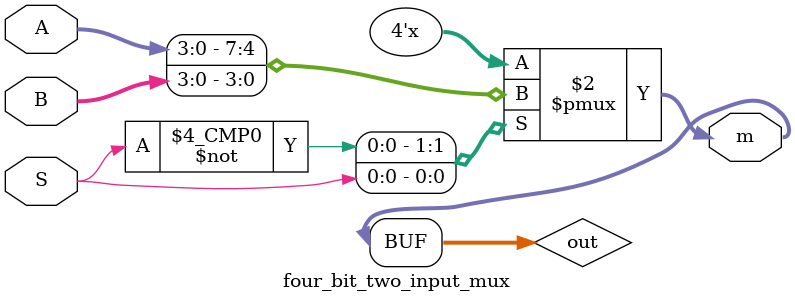
<source format=v>
module four_bit_two_input_mux (A,B,S,m);

	input wire [3:0] A, B;
	input wire S;
	output wire [3:0]m;
	reg [3:0]out;
	always @*
		case (S)
		1'b0: out= A;
		1'b1: out= B;
		endcase
		assign m=out;
		
endmodule

</source>
